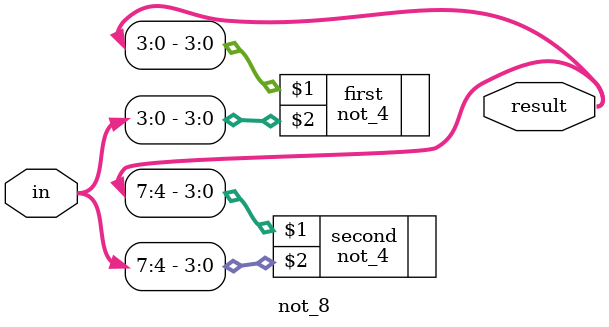
<source format=v>
module not_8(result, in);
	input[7:0] in;
	output[7:0] result;

	not_4 first(result[3:0], in[3:0]);
	not_4 second(result[7:4], in[7:4]);

endmodule
</source>
